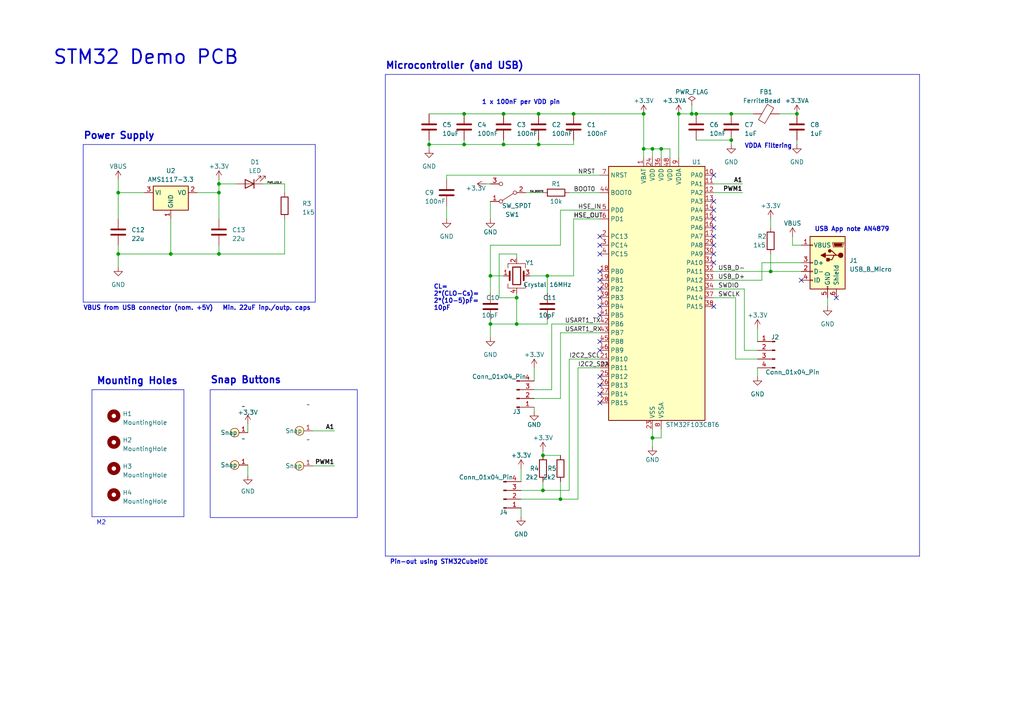
<source format=kicad_sch>
(kicad_sch (version 20230121) (generator eeschema)
  (paper "A4")
  (title_block (title "STM32 Demo PCB") (date "2023-05-26") (rev "0.1") (company "TextileML"))
  (lib_symbols
    (symbol "1_custom_library:Snap_10mm"
      (symbol "Snap_10mm_1_1"
        (circle (center 2.54 -7.62) (radius 1.27) (fill (type background)))
        (pin input line (at -1.27 -7.62 0) (length 2.54) (name "Snap") (number "1"))
      )
    )
    (symbol "Connector:Conn_01x04_Pin" (pin_names (offset 1.016) hide)
      (property "Reference" "J" (at 0 5.08 0))
      (property "Value" "Conn_01x04_Pin" (at 0 -7.62 0))
      (symbol "Conn_01x04_Pin_1_1"
        (polyline (pts (xy 1.27 -5.08) (xy 0.8636 -5.08)) (stroke (width 0.1524)))
        (polyline (pts (xy 1.27 -2.54) (xy 0.8636 -2.54)) (stroke (width 0.1524)))
        (polyline (pts (xy 1.27 0) (xy 0.8636 0)) (stroke (width 0.1524)))
        (polyline (pts (xy 1.27 2.54) (xy 0.8636 2.54)) (stroke (width 0.1524)))
        (rectangle (start 0.8636 -4.953) (end 0 -5.207) (stroke (width 0.1524)) (fill (type outline)))
        (rectangle (start 0.8636 -2.413) (end 0 -2.667) (stroke (width 0.1524)) (fill (type outline)))
        (rectangle (start 0.8636 0.127) (end 0 -0.127) (stroke (width 0.1524)) (fill (type outline)))
        (rectangle (start 0.8636 2.667) (end 0 2.413) (stroke (width 0.1524)) (fill (type outline)))
        (pin passive line (at 5.08 2.54 180) (length 3.81) (name "Pin_1") (number "1"))
        (pin passive line (at 5.08 0 180) (length 3.81) (name "Pin_2") (number "2"))
        (pin passive line (at 5.08 -2.54 180) (length 3.81) (name "Pin_3") (number "3"))
        (pin passive line (at 5.08 -5.08 180) (length 3.81) (name "Pin_4") (number "4"))
      )
    )
    (symbol "Connector:USB_B_Micro" (pin_names (offset 1.016))
      (property "Reference" "J" (at -5.08 11.43 0))
      (property "Value" "USB_B_Micro" (at -5.08 8.89 0))
      (symbol "USB_B_Micro_0_1"
        (rectangle (start -5.08 -7.62) (end 5.08 7.62) (stroke (width 0.254)) (fill (type background)))
        (circle (center -3.81 2.159) (radius 0.635) (stroke (width 0.254)) (fill (type outline)))
        (circle (center -0.635 3.429) (radius 0.381) (stroke (width 0.254)) (fill (type outline)))
        (rectangle (start -0.127 -7.62) (end 0.127 -6.858))
        (polyline (pts (xy -1.905 2.159) (xy 0.635 2.159)) (stroke (width 0.254)))
        (polyline (pts (xy -3.175 2.159) (xy -2.54 2.159) (xy -1.27 3.429) (xy -0.635 3.429)) (stroke (width 0.254)))
        (polyline (pts (xy -2.54 2.159) (xy -1.905 2.159) (xy -1.27 0.889) (xy 0 0.889)) (stroke (width 0.254)))
        (polyline (pts (xy 0.635 2.794) (xy 0.635 1.524) (xy 1.905 2.159) (xy 0.635 2.794)) (stroke (width 0.254)) (fill (type outline)))
        (polyline (pts (xy -4.318 5.588) (xy -1.778 5.588) (xy -2.032 4.826) (xy -4.064 4.826) (xy -4.318 5.588)) (fill (type outline)))
        (polyline (pts (xy -4.699 5.842) (xy -4.699 5.588) (xy -4.445 4.826) (xy -4.445 4.572) (xy -1.651 4.572) (xy -1.651 4.826) (xy -1.397 5.588) (xy -1.397 5.842) (xy -4.699 5.842)))
        (rectangle (start 0.254 1.27) (end -0.508 0.508) (stroke (width 0.254)) (fill (type outline)))
        (rectangle (start 5.08 -5.207) (end 4.318 -4.953))
        (rectangle (start 5.08 -2.667) (end 4.318 -2.413))
        (rectangle (start 5.08 -0.127) (end 4.318 0.127))
        (rectangle (start 5.08 4.953) (end 4.318 5.207))
      )
      (symbol "USB_B_Micro_1_1"
        (pin power_out line (at 7.62 5.08 180) (length 2.54) (name "VBUS") (number "1"))
        (pin bidirectional line (at 7.62 -2.54 180) (length 2.54) (name "D-") (number "2"))
        (pin bidirectional line (at 7.62 0 180) (length 2.54) (name "D+") (number "3"))
        (pin passive line (at 7.62 -5.08 180) (length 2.54) (name "ID") (number "4"))
        (pin power_out line (at 0 -10.16 90) (length 2.54) (name "GND") (number "5"))
        (pin passive line (at -2.54 -10.16 90) (length 2.54) (name "Shield") (number "6"))
      )
    )
    (symbol "Device:C" (pin_numbers hide) (pin_names (offset 0.254))
      (property "Reference" "C" (at 0.635 2.54 0))
      (property "Value" "C" (at 0.635 -2.54 0))
      (symbol "C_0_1"
        (polyline (pts (xy -2.032 -0.762) (xy 2.032 -0.762)) (stroke (width 0.508)))
        (polyline (pts (xy -2.032 0.762) (xy 2.032 0.762)) (stroke (width 0.508)))
      )
      (symbol "C_1_1"
        (pin passive line (at 0 3.81 270) (length 2.794) (name "~") (number "1"))
        (pin passive line (at 0 -3.81 90) (length 2.794) (name "~") (number "2"))
      )
    )
    (symbol "Device:Crystal_GND24" (pin_names (offset 1.016) hide)
      (property "Reference" "Y" (at 3.175 5.08 0))
      (property "Value" "Crystal_GND24" (at 3.175 3.175 0))
      (symbol "Crystal_GND24_0_1"
        (rectangle (start -1.143 2.54) (end 1.143 -2.54) (stroke (width 0.3048)))
        (polyline (pts (xy -2.54 0) (xy -2.032 0)))
        (polyline (pts (xy -2.032 -1.27) (xy -2.032 1.27)) (stroke (width 0.508)))
        (polyline (pts (xy 0 -3.81) (xy 0 -3.556)))
        (polyline (pts (xy 0 3.556) (xy 0 3.81)))
        (polyline (pts (xy 2.032 -1.27) (xy 2.032 1.27)) (stroke (width 0.508)))
        (polyline (pts (xy 2.032 0) (xy 2.54 0)))
        (polyline (pts (xy -2.54 -2.286) (xy -2.54 -3.556) (xy 2.54 -3.556) (xy 2.54 -2.286)))
        (polyline (pts (xy -2.54 2.286) (xy -2.54 3.556) (xy 2.54 3.556) (xy 2.54 2.286)))
      )
      (symbol "Crystal_GND24_1_1"
        (pin passive line (at -3.81 0 0) (length 1.27) (name "1") (number "1"))
        (pin passive line (at 0 5.08 270) (length 1.27) (name "2") (number "2"))
        (pin passive line (at 3.81 0 180) (length 1.27) (name "3") (number "3"))
        (pin passive line (at 0 -5.08 90) (length 1.27) (name "4") (number "4"))
      )
    )
    (symbol "Device:FerriteBead" (pin_numbers hide) (pin_names (offset 0))
      (property "Reference" "FB" (at -3.81 0.635 90))
      (property "Value" "FerriteBead" (at 3.81 0 90))
      (symbol "FerriteBead_0_1"
        (polyline (pts (xy 0 -1.27) (xy 0 -1.2192)))
        (polyline (pts (xy 0 1.27) (xy 0 1.2954)))
        (polyline (pts (xy -2.7686 0.4064) (xy -1.7018 2.2606) (xy 2.7686 -0.3048) (xy 1.6764 -2.159) (xy -2.7686 0.4064)))
      )
      (symbol "FerriteBead_1_1"
        (pin passive line (at 0 3.81 270) (length 2.54) (name "~") (number "1"))
        (pin passive line (at 0 -3.81 90) (length 2.54) (name "~") (number "2"))
      )
    )
    (symbol "Device:LED" (pin_numbers hide) (pin_names (offset 1.016) hide)
      (property "Reference" "D" (at 0 2.54 0))
      (property "Value" "LED" (at 0 -2.54 0))
      (symbol "LED_0_1"
        (polyline (pts (xy -1.27 -1.27) (xy -1.27 1.27)) (stroke (width 0.254)))
        (polyline (pts (xy -1.27 0) (xy 1.27 0)))
        (polyline (pts (xy 1.27 -1.27) (xy 1.27 1.27) (xy -1.27 0) (xy 1.27 -1.27)) (stroke (width 0.254)))
        (polyline (pts (xy -3.048 -0.762) (xy -4.572 -2.286) (xy -3.81 -2.286) (xy -4.572 -2.286) (xy -4.572 -1.524)))
        (polyline (pts (xy -1.778 -0.762) (xy -3.302 -2.286) (xy -2.54 -2.286) (xy -3.302 -2.286) (xy -3.302 -1.524)))
      )
      (symbol "LED_1_1"
        (pin passive line (at -3.81 0 0) (length 2.54) (name "K") (number "1"))
        (pin passive line (at 3.81 0 180) (length 2.54) (name "A") (number "2"))
      )
    )
    (symbol "Device:R" (pin_numbers hide) (pin_names (offset 0))
      (property "Reference" "R" (at 2.032 0 90))
      (property "Value" "R" (at 0 0 90))
      (symbol "R_0_1"
        (rectangle (start -1.016 -2.54) (end 1.016 2.54) (stroke (width 0.254)))
      )
      (symbol "R_1_1"
        (pin passive line (at 0 3.81 270) (length 1.27) (name "~") (number "1"))
        (pin passive line (at 0 -3.81 90) (length 1.27) (name "~") (number "2"))
      )
    )
    (symbol "MCU_ST_STM32F1:STM32F103C8Tx"
      (property "Reference" "U" (at -12.7 39.37 0))
      (property "Value" "STM32F103C8Tx" (at 10.16 39.37 0))
      (symbol "STM32F103C8Tx_0_1"
        (rectangle (start -12.7 -35.56) (end 15.24 38.1) (stroke (width 0.254)) (fill (type background)))
      )
      (symbol "STM32F103C8Tx_1_1"
        (pin power_in line (at -2.54 40.64 270) (length 2.54) (name "VBAT") (number "1"))
        (pin bidirectional line (at 17.78 35.56 180) (length 2.54) (name "PA0") (number "10"))
        (pin bidirectional line (at 17.78 33.02 180) (length 2.54) (name "PA1") (number "11"))
        (pin bidirectional line (at 17.78 30.48 180) (length 2.54) (name "PA2") (number "12"))
        (pin bidirectional line (at 17.78 27.94 180) (length 2.54) (name "PA3") (number "13"))
        (pin bidirectional line (at 17.78 25.4 180) (length 2.54) (name "PA4") (number "14"))
        (pin bidirectional line (at 17.78 22.86 180) (length 2.54) (name "PA5") (number "15"))
        (pin bidirectional line (at 17.78 20.32 180) (length 2.54) (name "PA6") (number "16"))
        (pin bidirectional line (at 17.78 17.78 180) (length 2.54) (name "PA7") (number "17"))
        (pin bidirectional line (at -15.24 7.62 0) (length 2.54) (name "PB0") (number "18"))
        (pin bidirectional line (at -15.24 5.08 0) (length 2.54) (name "PB1") (number "19"))
        (pin bidirectional line (at -15.24 17.78 0) (length 2.54) (name "PC13") (number "2"))
        (pin bidirectional line (at -15.24 2.54 0) (length 2.54) (name "PB2") (number "20"))
        (pin bidirectional line (at -15.24 -17.78 0) (length 2.54) (name "PB10") (number "21"))
        (pin bidirectional line (at -15.24 -20.32 0) (length 2.54) (name "PB11") (number "22"))
        (pin power_in line (at 0 -38.1 90) (length 2.54) (name "VSS") (number "23"))
        (pin power_in line (at 0 40.64 270) (length 2.54) (name "VDD") (number "24"))
        (pin bidirectional line (at -15.24 -22.86 0) (length 2.54) (name "PB12") (number "25"))
        (pin bidirectional line (at -15.24 -25.4 0) (length 2.54) (name "PB13") (number "26"))
        (pin bidirectional line (at -15.24 -27.94 0) (length 2.54) (name "PB14") (number "27"))
        (pin bidirectional line (at -15.24 -30.48 0) (length 2.54) (name "PB15") (number "28"))
        (pin bidirectional line (at 17.78 15.24 180) (length 2.54) (name "PA8") (number "29"))
        (pin bidirectional line (at -15.24 15.24 0) (length 2.54) (name "PC14") (number "3"))
        (pin bidirectional line (at 17.78 12.7 180) (length 2.54) (name "PA9") (number "30"))
        (pin bidirectional line (at 17.78 10.16 180) (length 2.54) (name "PA10") (number "31"))
        (pin bidirectional line (at 17.78 7.62 180) (length 2.54) (name "PA11") (number "32"))
        (pin bidirectional line (at 17.78 5.08 180) (length 2.54) (name "PA12") (number "33"))
        (pin bidirectional line (at 17.78 2.54 180) (length 2.54) (name "PA13") (number "34"))
        (pin passive line (at 0 -38.1 90) (length 2.54) hide (name "VSS") (number "35"))
        (pin power_in line (at 2.54 40.64 270) (length 2.54) (name "VDD") (number "36"))
        (pin bidirectional line (at 17.78 0 180) (length 2.54) (name "PA14") (number "37"))
        (pin bidirectional line (at 17.78 -2.54 180) (length 2.54) (name "PA15") (number "38"))
        (pin bidirectional line (at -15.24 0 0) (length 2.54) (name "PB3") (number "39"))
        (pin bidirectional line (at -15.24 12.7 0) (length 2.54) (name "PC15") (number "4"))
        (pin bidirectional line (at -15.24 -2.54 0) (length 2.54) (name "PB4") (number "40"))
        (pin bidirectional line (at -15.24 -5.08 0) (length 2.54) (name "PB5") (number "41"))
        (pin bidirectional line (at -15.24 -7.62 0) (length 2.54) (name "PB6") (number "42"))
        (pin bidirectional line (at -15.24 -10.16 0) (length 2.54) (name "PB7") (number "43"))
        (pin input line (at -15.24 30.48 0) (length 2.54) (name "BOOT0") (number "44"))
        (pin bidirectional line (at -15.24 -12.7 0) (length 2.54) (name "PB8") (number "45"))
        (pin bidirectional line (at -15.24 -15.24 0) (length 2.54) (name "PB9") (number "46"))
        (pin passive line (at 0 -38.1 90) (length 2.54) hide (name "VSS") (number "47"))
        (pin power_in line (at 5.08 40.64 270) (length 2.54) (name "VDD") (number "48"))
        (pin bidirectional line (at -15.24 25.4 0) (length 2.54) (name "PD0") (number "5"))
        (pin bidirectional line (at -15.24 22.86 0) (length 2.54) (name "PD1") (number "6"))
        (pin input line (at -15.24 35.56 0) (length 2.54) (name "NRST") (number "7"))
        (pin power_in line (at 2.54 -38.1 90) (length 2.54) (name "VSSA") (number "8"))
        (pin power_in line (at 7.62 40.64 270) (length 2.54) (name "VDDA") (number "9"))
      )
    )
    (symbol "Mechanical:MountingHole" (pin_names (offset 1.016))
      (property "Reference" "H" (at 0 5.08 0))
      (property "Value" "MountingHole" (at 0 3.175 0))
      (symbol "MountingHole_0_1"
        (circle (center 0 0) (radius 1.27) (stroke (width 1.27)))
      )
    )
    (symbol "Regulator_Linear:AMS1117-3.3"
      (property "Reference" "U" (at -3.81 3.175 0))
      (property "Value" "AMS1117-3.3" (at 0 3.175 0))
      (symbol "AMS1117-3.3_0_1"
        (rectangle (start -5.08 -5.08) (end 5.08 1.905) (stroke (width 0.254)) (fill (type background)))
      )
      (symbol "AMS1117-3.3_1_1"
        (pin power_in line (at 0 -7.62 90) (length 2.54) (name "GND") (number "1"))
        (pin power_out line (at 7.62 0 180) (length 2.54) (name "VO") (number "2"))
        (pin power_in line (at -7.62 0 0) (length 2.54) (name "VI") (number "3"))
      )
    )
    (symbol "Switch:SW_SPDT" (pin_names (offset 0) hide)
      (property "Reference" "SW" (at 0 4.318 0))
      (property "Value" "SW_SPDT" (at 0 -5.08 0))
      (symbol "SW_SPDT_0_0"
        (circle (center -2.032 0) (radius 0.508))
        (circle (center 2.032 -2.54) (radius 0.508))
      )
      (symbol "SW_SPDT_0_1"
        (polyline (pts (xy -1.524 0.254) (xy 1.651 2.286)))
        (circle (center 2.032 2.54) (radius 0.508))
      )
      (symbol "SW_SPDT_1_1"
        (pin passive line (at 5.08 2.54 180) (length 2.54) (name "A") (number "1"))
        (pin passive line (at -5.08 0 0) (length 2.54) (name "B") (number "2"))
        (pin passive line (at 5.08 -2.54 180) (length 2.54) (name "C") (number "3"))
      )
    )
    (symbol "power:+3.3V" (power) (pin_names (offset 0))
      (property "Value" "+3.3V" (at 0 3.556 0))
      (symbol "+3.3V_0_1"
        (polyline (pts (xy -0.762 1.27) (xy 0 2.54)))
        (polyline (pts (xy 0 0) (xy 0 2.54)))
        (polyline (pts (xy 0 2.54) (xy 0.762 1.27)))
      )
      (symbol "+3.3V_1_1"
        (pin power_in line (at 0 0 90) (length 0) hide (name "+3.3V") (number "1"))
      )
    )
    (symbol "power:+3.3VA" (power) (pin_names (offset 0))
      (property "Value" "+3.3VA" (at 0 3.556 0))
      (symbol "+3.3VA_0_1"
        (polyline (pts (xy -0.762 1.27) (xy 0 2.54)))
        (polyline (pts (xy 0 0) (xy 0 2.54)))
        (polyline (pts (xy 0 2.54) (xy 0.762 1.27)))
      )
      (symbol "+3.3VA_1_1"
        (pin power_in line (at 0 0 90) (length 0) hide (name "+3.3VA") (number "1"))
      )
    )
    (symbol "power:GND" (power) (pin_names (offset 0))
      (property "Value" "GND" (at 0 -3.81 0))
      (symbol "GND_0_1"
        (polyline (pts (xy 0 0) (xy 0 -1.27) (xy 1.27 -1.27) (xy 0 -2.54) (xy -1.27 -1.27) (xy 0 -1.27)))
      )
      (symbol "GND_1_1"
        (pin power_in line (at 0 0 270) (length 0) hide (name "GND") (number "1"))
      )
    )
    (symbol "power:PWR_FLAG" (power) (pin_numbers hide) (pin_names (offset 0) hide)
      (property "Value" "PWR_FLAG" (at 0 3.81 0))
      (symbol "PWR_FLAG_0_0"
        (pin power_out line (at 0 0 90) (length 0) (name "pwr") (number "1"))
      )
      (symbol "PWR_FLAG_0_1"
        (polyline (pts (xy 0 0) (xy 0 1.27) (xy -1.016 1.905) (xy 0 2.54) (xy 1.016 1.905) (xy 0 1.27)))
      )
    )
    (symbol "power:VBUS" (power) (pin_names (offset 0))
      (property "Value" "VBUS" (at 0 3.81 0))
      (symbol "VBUS_0_1"
        (polyline (pts (xy -0.762 1.27) (xy 0 2.54)))
        (polyline (pts (xy 0 0) (xy 0 2.54)))
        (polyline (pts (xy 0 2.54) (xy 0.762 1.27)))
      )
      (symbol "VBUS_1_1"
        (pin power_in line (at 0 0 90) (length 0) hide (name "VBUS") (number "1"))
      )
    )
  )
  (junction (at 142.24 80.01))
  (junction (at 63.5 55.88))
  (junction (at 142.24 93.98))
  (junction (at 166.37 33.02))
  (junction (at 196.85 33.02))
  (junction (at 146.05 41.91))
  (junction (at 223.52 78.74))
  (junction (at 63.5 73.66))
  (junction (at 212.09 33.02))
  (junction (at 186.69 43.18))
  (junction (at 156.21 41.91))
  (junction (at 146.05 33.02))
  (junction (at 124.46 41.91))
  (junction (at 156.21 33.02))
  (junction (at 63.5 53.34))
  (junction (at 34.29 73.66))
  (junction (at 189.23 127))
  (junction (at 191.77 43.18))
  (junction (at 231.14 33.02))
  (junction (at 212.09 40.64))
  (junction (at 162.56 144.78))
  (junction (at 149.86 93.98))
  (junction (at 200.66 33.02))
  (junction (at 149.86 86.36))
  (junction (at 134.62 33.02))
  (junction (at 201.93 33.02))
  (junction (at 34.29 55.88))
  (junction (at 158.75 80.01))
  (junction (at 186.69 33.02))
  (junction (at 49.53 73.66))
  (junction (at 134.62 41.91))
  (junction (at 157.48 142.24))
  (junction (at 157.48 132.08))
  (junction (at 189.23 43.18))
  (no_connect (at 173.99 99.06))
  (no_connect (at 207.01 76.2))
  (no_connect (at 232.41 81.28))
  (no_connect (at 207.01 60.96))
  (no_connect (at 173.99 83.82))
  (no_connect (at 173.99 88.9))
  (no_connect (at 173.99 78.74))
  (no_connect (at 173.99 81.28))
  (no_connect (at 207.01 88.9))
  (no_connect (at 173.99 116.84))
  (no_connect (at 173.99 73.66))
  (no_connect (at 207.01 66.04))
  (no_connect (at 207.01 58.42))
  (no_connect (at 173.99 109.22))
  (no_connect (at 173.99 101.6))
  (no_connect (at 173.99 111.76))
  (no_connect (at 173.99 91.44))
  (no_connect (at 173.99 114.3))
  (no_connect (at 207.01 63.5))
  (no_connect (at 242.57 86.36))
  (no_connect (at 207.01 71.12))
  (no_connect (at 207.01 50.8))
  (no_connect (at 173.99 86.36))
  (no_connect (at 207.01 73.66))
  (no_connect (at 173.99 68.58))
  (no_connect (at 173.99 71.12))
  (no_connect (at 207.01 68.58))
  (wire (pts (xy 226.06 33.02) (xy 231.14 33.02)))
  (wire (pts (xy 142.24 58.42) (xy 142.24 63.5)))
  (wire (pts (xy 166.37 63.5) (xy 173.99 63.5)))
  (wire (pts (xy 63.5 55.88) (xy 63.5 63.5)))
  (wire (pts (xy 157.48 130.81) (xy 157.48 132.08)))
  (wire (pts (xy 219.71 95.25) (xy 219.71 99.06)))
  (wire (pts (xy 201.93 33.02) (xy 212.09 33.02)))
  (wire (pts (xy 149.86 86.36) (xy 149.86 93.98)))
  (wire (pts (xy 219.71 106.68) (xy 219.71 109.22)))
  (wire (pts (xy 191.77 43.18) (xy 194.31 43.18)))
  (wire (pts (xy 41.91 55.88) (xy 34.29 55.88)))
  (wire (pts (xy 142.24 93.98) (xy 142.24 97.79)))
  (wire (pts (xy 223.52 63.5) (xy 223.52 66.04)))
  (wire (pts (xy 186.69 33.02) (xy 186.69 43.18)))
  (polyline (pts (xy 24.13 41.91) (xy 24.13 87.63)))
  (wire (pts (xy 82.55 53.34) (xy 82.55 55.88)))
  (wire (pts (xy 63.5 53.34) (xy 68.58 53.34)))
  (wire (pts (xy 165.1 142.24) (xy 157.48 142.24)))
  (wire (pts (xy 146.05 41.91) (xy 156.21 41.91)))
  (wire (pts (xy 71.882 134.874) (xy 71.882 137.922)))
  (wire (pts (xy 149.86 74.93) (xy 149.86 73.66)))
  (polyline (pts (xy 53.34 113.03) (xy 53.34 149.86)))
  (wire (pts (xy 34.29 71.12) (xy 34.29 73.66)))
  (wire (pts (xy 90.678 124.968) (xy 97.028 124.968)))
  (wire (pts (xy 63.5 52.07) (xy 63.5 53.34)))
  (wire (pts (xy 149.86 93.98) (xy 158.75 93.98)))
  (wire (pts (xy 76.2 53.34) (xy 82.55 53.34)))
  (wire (pts (xy 173.99 106.68) (xy 167.64 106.68)))
  (wire (pts (xy 124.46 41.91) (xy 124.46 43.18)))
  (wire (pts (xy 165.1 104.14) (xy 165.1 142.24)))
  (wire (pts (xy 229.87 71.12) (xy 232.41 71.12)))
  (wire (pts (xy 160.02 93.98) (xy 173.99 93.98)))
  (wire (pts (xy 207.01 83.82) (xy 215.9 83.82)))
  (wire (pts (xy 144.78 86.36) (xy 149.86 86.36)))
  (wire (pts (xy 207.01 86.36) (xy 213.36 86.36)))
  (wire (pts (xy 140.97 53.34) (xy 142.24 53.34)))
  (wire (pts (xy 166.37 33.02) (xy 186.69 33.02)))
  (wire (pts (xy 149.86 85.09) (xy 149.86 86.36)))
  (wire (pts (xy 153.67 80.01) (xy 158.75 80.01)))
  (wire (pts (xy 213.36 104.14) (xy 219.71 104.14)))
  (wire (pts (xy 156.21 40.64) (xy 156.21 41.91)))
  (wire (pts (xy 154.94 118.11) (xy 154.94 119.38)))
  (wire (pts (xy 189.23 127) (xy 189.23 129.54)))
  (wire (pts (xy 162.56 71.12) (xy 142.24 71.12)))
  (wire (pts (xy 124.46 33.02) (xy 134.62 33.02)))
  (polyline (pts (xy 266.7 161.29) (xy 111.76 161.29)))
  (wire (pts (xy 200.66 33.02) (xy 196.85 33.02)))
  (wire (pts (xy 134.62 40.64) (xy 134.62 41.91)))
  (wire (pts (xy 129.54 50.8) (xy 129.54 52.07)))
  (wire (pts (xy 142.24 80.01) (xy 146.05 80.01)))
  (wire (pts (xy 200.66 30.48) (xy 200.66 33.02)))
  (wire (pts (xy 220.98 76.2) (xy 220.98 81.28)))
  (wire (pts (xy 142.24 71.12) (xy 142.24 80.01)))
  (wire (pts (xy 151.13 144.78) (xy 162.56 144.78)))
  (wire (pts (xy 162.56 60.96) (xy 162.56 71.12)))
  (wire (pts (xy 191.77 127) (xy 191.77 124.46)))
  (wire (pts (xy 173.99 50.8) (xy 129.54 50.8)))
  (wire (pts (xy 152.4 55.88) (xy 157.48 55.88)))
  (wire (pts (xy 212.09 40.64) (xy 212.09 41.91)))
  (wire (pts (xy 63.5 53.34) (xy 63.5 55.88)))
  (wire (pts (xy 124.46 41.91) (xy 134.62 41.91)))
  (wire (pts (xy 186.69 43.18) (xy 189.23 43.18)))
  (wire (pts (xy 149.86 73.66) (xy 144.78 73.66)))
  (wire (pts (xy 229.87 68.58) (xy 229.87 71.12)))
  (wire (pts (xy 173.99 60.96) (xy 162.56 60.96)))
  (wire (pts (xy 63.5 73.66) (xy 63.5 71.12)))
  (wire (pts (xy 157.48 139.7) (xy 157.48 142.24)))
  (wire (pts (xy 194.31 43.18) (xy 194.31 45.72)))
  (wire (pts (xy 146.05 33.02) (xy 156.21 33.02)))
  (wire (pts (xy 142.24 92.71) (xy 142.24 93.98)))
  (wire (pts (xy 173.99 104.14) (xy 165.1 104.14)))
  (wire (pts (xy 34.29 55.88) (xy 34.29 63.5)))
  (wire (pts (xy 49.53 73.66) (xy 63.5 73.66)))
  (wire (pts (xy 129.54 59.69) (xy 129.54 63.5)))
  (wire (pts (xy 165.1 55.88) (xy 173.99 55.88)))
  (wire (pts (xy 156.21 33.02) (xy 166.37 33.02)))
  (wire (pts (xy 157.48 132.08) (xy 162.56 132.08)))
  (polyline (pts (xy 111.76 21.59) (xy 111.76 161.29)))
  (wire (pts (xy 160.02 113.03) (xy 154.94 113.03)))
  (wire (pts (xy 162.56 96.52) (xy 173.99 96.52)))
  (wire (pts (xy 34.29 73.66) (xy 34.29 77.47)))
  (wire (pts (xy 34.29 52.07) (xy 34.29 55.88)))
  (wire (pts (xy 82.55 63.5) (xy 82.55 73.66)))
  (polyline (pts (xy 111.76 21.59) (xy 266.7 21.59)))
  (wire (pts (xy 158.75 80.01) (xy 158.75 85.09)))
  (wire (pts (xy 232.41 76.2) (xy 220.98 76.2)))
  (wire (pts (xy 196.85 33.02) (xy 196.85 45.72)))
  (wire (pts (xy 71.882 122.936) (xy 71.882 125.476)))
  (polyline (pts (xy 24.13 41.91) (xy 91.44 41.91)))
  (wire (pts (xy 223.52 78.74) (xy 232.41 78.74)))
  (wire (pts (xy 215.9 83.82) (xy 215.9 101.6)))
  (wire (pts (xy 189.23 124.46) (xy 189.23 127)))
  (wire (pts (xy 63.5 73.66) (xy 82.55 73.66)))
  (wire (pts (xy 144.78 73.66) (xy 144.78 86.36)))
  (wire (pts (xy 151.13 147.32) (xy 151.13 149.86)))
  (wire (pts (xy 134.62 41.91) (xy 146.05 41.91)))
  (wire (pts (xy 162.56 144.78) (xy 167.64 144.78)))
  (wire (pts (xy 158.75 93.98) (xy 158.75 92.71)))
  (wire (pts (xy 207.01 53.34) (xy 215.392 53.34)))
  (polyline (pts (xy 26.67 113.03) (xy 26.67 149.86)))
  (wire (pts (xy 167.64 106.68) (xy 167.64 144.78)))
  (wire (pts (xy 223.52 73.66) (xy 223.52 78.74)))
  (wire (pts (xy 207.01 55.88) (xy 215.392 55.88)))
  (wire (pts (xy 157.48 142.24) (xy 151.13 142.24)))
  (wire (pts (xy 57.15 55.88) (xy 63.5 55.88)))
  (wire (pts (xy 49.53 63.5) (xy 49.53 73.66)))
  (wire (pts (xy 154.94 106.68) (xy 154.94 110.49)))
  (wire (pts (xy 240.03 86.36) (xy 240.03 88.9)))
  (wire (pts (xy 215.9 101.6) (xy 219.71 101.6)))
  (polyline (pts (xy 53.34 149.86) (xy 26.67 149.86)))
  (polyline (pts (xy 91.44 41.91) (xy 91.44 87.63)))
  (wire (pts (xy 231.14 40.64) (xy 231.14 41.91)))
  (wire (pts (xy 160.02 93.98) (xy 160.02 113.03)))
  (wire (pts (xy 162.56 115.57) (xy 154.94 115.57)))
  (wire (pts (xy 189.23 43.18) (xy 189.23 45.72)))
  (wire (pts (xy 146.05 40.64) (xy 146.05 41.91)))
  (wire (pts (xy 220.98 81.28) (xy 207.01 81.28)))
  (wire (pts (xy 201.93 33.02) (xy 200.66 33.02)))
  (wire (pts (xy 166.37 80.01) (xy 166.37 63.5)))
  (wire (pts (xy 158.75 80.01) (xy 166.37 80.01)))
  (wire (pts (xy 191.77 43.18) (xy 191.77 45.72)))
  (wire (pts (xy 162.56 96.52) (xy 162.56 115.57)))
  (wire (pts (xy 151.13 135.89) (xy 151.13 139.7)))
  (wire (pts (xy 201.93 40.64) (xy 212.09 40.64)))
  (wire (pts (xy 134.62 33.02) (xy 146.05 33.02)))
  (wire (pts (xy 189.23 43.18) (xy 191.77 43.18)))
  (wire (pts (xy 90.678 135.128) (xy 97.028 135.128)))
  (polyline (pts (xy 26.67 113.03) (xy 53.34 113.03)))
  (wire (pts (xy 34.29 73.66) (xy 49.53 73.66)))
  (wire (pts (xy 124.46 40.64) (xy 124.46 41.91)))
  (wire (pts (xy 142.24 93.98) (xy 149.86 93.98)))
  (wire (pts (xy 142.24 80.01) (xy 142.24 85.09)))
  (wire (pts (xy 189.23 127) (xy 191.77 127)))
  (polyline (pts (xy 91.44 87.63) (xy 24.13 87.63)))
  (wire (pts (xy 186.69 43.18) (xy 186.69 45.72)))
  (polyline (pts (xy 266.7 21.59) (xy 266.7 161.29)))
  (wire (pts (xy 162.56 139.7) (xy 162.56 144.78)))
  (wire (pts (xy 212.09 33.02) (xy 218.44 33.02)))
  (wire (pts (xy 213.36 86.36) (xy 213.36 104.14)))
  (wire (pts (xy 156.21 41.91) (xy 166.37 41.91)))
  (wire (pts (xy 166.37 41.91) (xy 166.37 40.64)))
  (wire (pts (xy 207.01 78.74) (xy 223.52 78.74)))
  (rectangle (start 60.96 113.03) (end 103.632 150.114))
  (text "VBUS from USB connector (nom. +5V)   Min. 22uF inp./outp. caps\n" (at 24.13 90.17 0) (effects (font (size 1.27 1.27) bold) (justify left bottom)))
  (text "1 x 100nF per VDD pin\n" (at 139.7 30.48 0) (effects (font (size 1.27 1.27) bold) (justify left bottom)))
  (text "STM32 Demo PCB\n" (at 15.24 19.05 0) (effects (font (size 4 4) (thickness 0.5) bold) (justify left bottom)))
  (text "M2\n" (at 27.94 152.4 0) (effects (font (size 1.27 1.27)) (justify left bottom)))
  (text "CL=\n2*(CLO-Cs)=\n2*(10-5)pF=\n10pF\n" (at 125.73 90.17 0) (effects (font (size 1.27 1.27) bold) (justify left bottom)))
  (text "Snap Buttons" (at 60.96 111.506 0) (effects (font (size 2 2) (thickness 0.4) bold) (justify left bottom)))
  (text "Microcontroller (and USB)" (at 111.76 20.32 0) (effects (font (size 2 2) (thickness 0.4) bold) (justify left bottom)))
  (text "Pin-out using STM32CubeIDE\n" (at 113.03 163.83 0) (effects (font (size 1.27 1.27) bold) (justify left bottom)))
  (text "USB App note AN4879\n" (at 236.22 67.31 0) (effects (font (size 1.27 1.27) bold) (justify left bottom)))
  (text "Mounting Holes\n" (at 27.94 111.76 0) (effects (font (size 2 2) (thickness 0.4) bold) (justify left bottom)))
  (text "Power Supply\n" (at 24.13 40.64 0) (effects (font (size 2 2) (thickness 0.4) bold) (justify left bottom)))
  (text "VDDA Filtering\n" (at 215.9 43.18 0) (effects (font (size 1.27 1.27) bold) (justify left bottom)))
  (label "USART1_RX" (at 163.83 96.52 0))
  (label "HSE_OUT" (at 166.37 63.5 0))
  (label "NRST" (at 167.64 50.8 0))
  (label "I2C2_SCL" (at 165.1 104.14 0))
  (label "PWM1" (at 97.028 135.128 180) (effects (font bold)))
  (label "I2C2_SDA" (at 167.64 106.68 0))
  (label "HSE_OUT" (at 166.37 63.5 0))
  (label "SWCLK" (at 208.28 86.36 0))
  (label "A1" (at 97.028 124.968 180) (effects (font bold)))
  (label "USB_D-" (at 208.28 78.74 0))
  (label "HSE_IN" (at 167.64 60.96 0))
  (label "BOOT0" (at 166.37 55.88 0))
  (label "SWDIO" (at 208.28 83.82 0))
  (label "SW_BOOT0" (at 153.67 55.88 0) (effects (font (size 0.5 0.5))))
  (label "PWR_LED_K" (at 77.47 53.34 0) (effects (font (size 0.5 0.5))))
  (label "USART1_TX" (at 163.83 93.98 0))
  (label "USB_D+" (at 208.28 81.28 0))
  (label "PWM1" (at 215.392 55.88 180) (effects (font bold)))
  (label "A1" (at 215.392 53.34 180) (effects (font bold)))
  (symbol (lib_id "Device:FerriteBead") (at 222.25 33.02 90) (unit 1)
    (property "Reference" "FB1" (at 222.1992 26.67 90))
    (property "Value" "FerriteBead" (at 220.98 29.21 90))
    (property "Footprint" "Inductor_SMD:L_0603_1608Metric" (effects hide))
  )
  (symbol (lib_id "Device:LED") (at 72.39 53.34 180) (unit 1)
    (property "Reference" "D1" (at 73.9775 46.99 0))
    (property "Value" "LED" (at 73.9775 49.53 0))
    (property "Footprint" "LED_SMD:LED_0603_1608Metric" (effects hide))
  )
  (symbol (lib_id "power:GND") (at 189.23 129.54 0) (unit 1)
    (property "Reference" "#PWR01" (effects hide))
    (property "Value" "GND" (at 189.23 133.35 0))
  )
  (symbol (lib_id "Device:C") (at 63.5 67.31 0) (unit 1)
    (property "Reference" "C13" (at 67.31 66.675 0) (effects (justify left)))
    (property "Value" "22u" (at 67.31 69.215 0) (effects (justify left)))
    (property "Footprint" "Capacitor_SMD:C_0805_2012Metric" (effects hide))
  )
  (symbol (lib_id "power:PWR_FLAG") (at 200.66 30.48 0) (unit 1)
    (property "Reference" "#FLG01" (effects hide))
    (property "Value" "PWR_FLAG" (at 200.66 26.67 0))
  )
  (symbol (lib_id "1_custom_library:Snap_10mm") (at 89.408 127.508 0) (mirror y) (unit 1)
    (property "Reference" "U6" (effects hide))
    (property "Value" "~" (at 89.408 127.508 0))
    (property "Footprint" "1_custom_library:Snap_10mm" (effects hide))
  )
  (symbol (lib_id "Mechanical:MountingHole") (at 33.02 128.27 0) (unit 1)
    (property "Reference" "H2" (at 35.56 127.635 0) (effects (justify left)))
    (property "Value" "MountingHole" (at 35.56 130.175 0) (effects (justify left)))
    (property "Footprint" "MountingHole:MountingHole_2.2mm_M2" (effects hide))
  )
  (symbol (lib_id "Connector:USB_B_Micro") (at 240.03 76.2 0) (mirror y) (unit 1)
    (property "Reference" "J1" (at 246.38 75.565 0) (effects (justify right)))
    (property "Value" "USB_B_Micro" (at 246.38 78.105 0) (effects (justify right)))
    (property "Footprint" "Connector_USB:USB_Micro-B_Wuerth_629105150521" (effects hide))
  )
  (symbol (lib_id "Device:C") (at 34.29 67.31 0) (unit 1)
    (property "Reference" "C12" (at 38.1 66.675 0) (effects (justify left)))
    (property "Value" "22u" (at 38.1 69.215 0) (effects (justify left)))
    (property "Footprint" "Capacitor_SMD:C_0805_2012Metric" (effects hide))
  )
  (symbol (lib_id "Mechanical:MountingHole") (at 33.02 143.51 0) (unit 1)
    (property "Reference" "H4" (at 35.56 142.875 0) (effects (justify left)))
    (property "Value" "MountingHole" (at 35.56 145.415 0) (effects (justify left)))
    (property "Footprint" "MountingHole:MountingHole_2.2mm_M2" (effects hide))
  )
  (symbol (lib_id "Mechanical:MountingHole") (at 33.02 120.65 0) (unit 1)
    (property "Reference" "H1" (at 35.56 120.015 0) (effects (justify left)))
    (property "Value" "MountingHole" (at 35.56 122.555 0) (effects (justify left)))
    (property "Footprint" "MountingHole:MountingHole_2.2mm_M2" (effects hide))
  )
  (symbol (lib_id "Device:Crystal_GND24") (at 149.86 80.01 0) (unit 1)
    (property "Reference" "Y1" (at 153.67 76.2 0))
    (property "Value" "Crystal 16MHz" (at 158.75 82.55 0))
    (property "Footprint" "Crystal:Crystal_SMD_3225-4Pin_3.2x2.5mm" (effects hide))
  )
  (symbol (lib_id "power:GND") (at 142.24 63.5 0) (unit 1)
    (property "Reference" "#PWR09" (effects hide))
    (property "Value" "GND" (at 142.24 67.31 0))
  )
  (symbol (lib_id "Mechanical:MountingHole") (at 33.02 135.89 0) (unit 1)
    (property "Reference" "H3" (at 35.56 135.255 0) (effects (justify left)))
    (property "Value" "MountingHole" (at 35.56 137.795 0) (effects (justify left)))
    (property "Footprint" "MountingHole:MountingHole_2.2mm_M2" (effects hide))
  )
  (symbol (lib_id "Switch:SW_SPDT") (at 147.32 55.88 180) (unit 1)
    (property "Reference" "SW1" (at 148.59 62.23 0))
    (property "Value" "SW_SPDT" (at 149.86 59.69 0))
    (property "Footprint" "Button_Switch_SMD:SW_SPDT_PCM12" (effects hide))
  )
  (symbol (lib_id "Device:C") (at 134.62 36.83 0) (unit 1)
    (property "Reference" "C4" (at 138.43 36.195 0) (effects (justify left)))
    (property "Value" "100nF" (at 138.43 38.735 0) (effects (justify left)))
    (property "Footprint" "Capacitor_SMD:C_0402_1005Metric" (effects hide))
  )
  (symbol (lib_id "1_custom_library:Snap_10mm") (at 70.612 127.254 0) (mirror y) (unit 1)
    (property "Reference" "U4" (effects hide))
    (property "Value" "~" (at 70.612 127.254 0))
    (property "Footprint" "1_custom_library:Snap_10mm" (effects hide))
  )
  (symbol (lib_id "Device:R") (at 157.48 135.89 0) (unit 1)
    (property "Reference" "R4" (at 153.67 135.89 0) (effects (justify left)))
    (property "Value" "2k2" (at 152.4 138.43 0) (effects (justify left)))
    (property "Footprint" "Resistor_SMD:R_0402_1005Metric" (effects hide))
  )
  (symbol (lib_id "Device:R") (at 162.56 135.89 0) (unit 1)
    (property "Reference" "R5" (at 158.75 135.89 0) (effects (justify left)))
    (property "Value" "2k2" (at 157.48 138.43 0) (effects (justify left)))
    (property "Footprint" "Resistor_SMD:R_0402_1005Metric" (effects hide))
  )
  (symbol (lib_id "1_custom_library:Snap_10mm") (at 89.408 117.348 0) (mirror y) (unit 1)
    (property "Reference" "U5" (effects hide))
    (property "Value" "~" (at 89.408 117.348 0))
    (property "Footprint" "1_custom_library:Snap_10mm" (effects hide))
  )
  (symbol (lib_id "power:GND") (at 129.54 63.5 0) (unit 1)
    (property "Reference" "#PWR08" (effects hide))
    (property "Value" "GND" (at 129.54 68.58 0))
  )
  (symbol (lib_id "Device:C") (at 158.75 88.9 0) (unit 1)
    (property "Reference" "C11" (at 157.48 86.36 0) (effects (justify left)))
    (property "Value" "10pF" (at 156.21 91.44 0) (effects (justify left)))
    (property "Footprint" "Capacitor_SMD:C_0402_1005Metric" (effects hide))
  )
  (symbol (lib_id "Device:C") (at 231.14 36.83 0) (unit 1)
    (property "Reference" "C8" (at 234.95 36.195 0) (effects (justify left)))
    (property "Value" "1uF" (at 234.95 38.735 0) (effects (justify left)))
    (property "Footprint" "Capacitor_SMD:C_0402_1005Metric" (effects hide))
  )
  (symbol (lib_id "Connector:Conn_01x04_Pin") (at 149.86 115.57 0) (mirror x) (unit 1)
    (property "Reference" "J3" (at 149.86 119.38 0))
    (property "Value" "Conn_01x04_Pin" (at 144.78 109.22 0))
    (property "Footprint" "Connector_PinHeader_2.54mm:PinHeader_1x04_P2.54mm_Vertical" (effects hide))
  )
  (symbol (lib_id "power:+3.3V") (at 151.13 135.89 0) (unit 1)
    (property "Reference" "#PWR022" (effects hide))
    (property "Value" "+3.3V" (at 151.13 132.08 0))
  )
  (symbol (lib_id "power:GND") (at 219.71 109.22 0) (unit 1)
    (property "Reference" "#PWR015" (effects hide))
    (property "Value" "GND" (at 219.71 114.3 0))
  )
  (symbol (lib_id "power:+3.3VA") (at 196.85 33.02 0) (unit 1)
    (property "Reference" "#PWR04" (effects hide))
    (property "Value" "+3.3VA" (at 195.58 29.21 0))
  )
  (symbol (lib_id "Connector:Conn_01x04_Pin") (at 146.05 144.78 0) (mirror x) (unit 1)
    (property "Reference" "J4" (at 146.05 148.59 0))
    (property "Value" "Conn_01x04_Pin" (at 140.97 138.43 0))
    (property "Footprint" "Connector_PinHeader_2.54mm:PinHeader_1x04_P2.54mm_Vertical" (effects hide))
  )
  (symbol (lib_id "power:GND") (at 34.29 77.47 0) (unit 1)
    (property "Reference" "#PWR017" (effects hide))
    (property "Value" "GND" (at 34.29 82.55 0))
  )
  (symbol (lib_id "Device:R") (at 223.52 69.85 0) (unit 1)
    (property "Reference" "R2" (at 219.71 68.58 0) (effects (justify left)))
    (property "Value" "1k5" (at 218.44 71.12 0) (effects (justify left)))
    (property "Footprint" "Resistor_SMD:R_0402_1005Metric" (effects hide))
  )
  (symbol (lib_id "Device:C") (at 212.09 36.83 0) (unit 1)
    (property "Reference" "C7" (at 215.9 36.195 0) (effects (justify left)))
    (property "Value" "1uF" (at 215.9 38.735 0) (effects (justify left)))
    (property "Footprint" "Capacitor_SMD:C_0402_1005Metric" (effects hide))
  )
  (symbol (lib_id "power:GND") (at 212.09 41.91 0) (unit 1)
    (property "Reference" "#PWR05" (effects hide))
    (property "Value" "GND" (at 212.09 46.99 0))
  )
  (symbol (lib_id "power:+3.3V") (at 71.882 122.936 0) (unit 1)
    (property "Reference" "#PWR026" (effects hide))
    (property "Value" "+3.3V" (at 71.882 119.634 0))
  )
  (symbol (lib_id "power:GND") (at 142.24 97.79 0) (unit 1)
    (property "Reference" "#PWR011" (effects hide))
    (property "Value" "GND" (at 142.24 102.87 0))
  )
  (symbol (lib_id "power:+3.3V") (at 219.71 95.25 0) (unit 1)
    (property "Reference" "#PWR016" (effects hide))
    (property "Value" "+3.3V" (at 219.71 91.44 0))
  )
  (symbol (lib_id "power:VBUS") (at 34.29 52.07 0) (unit 1)
    (property "Reference" "#PWR018" (effects hide))
    (property "Value" "VBUS" (at 34.29 48.26 0))
  )
  (symbol (lib_id "MCU_ST_STM32F1:STM32F103C8Tx") (at 189.23 86.36 0) (unit 1)
    (property "Reference" "U1" (at 200.66 46.99 0) (effects (justify left)))
    (property "Value" "STM32F103C8T6" (at 193.04 123.19 0) (effects (justify left)))
    (property "Footprint" "Package_QFP:LQFP-48_7x7mm_P0.5mm" (effects hide))
    (property "Datasheet" "https://www.st.com/resource/en/datasheet/stm32f103c8.pdf" (effects hide))
  )
  (symbol (lib_id "Connector:Conn_01x04_Pin") (at 224.79 101.6 0) (mirror y) (unit 1)
    (property "Reference" "J2" (at 224.79 97.79 0))
    (property "Value" "Conn_01x04_Pin" (at 229.87 107.95 0))
    (property "Footprint" "Connector_PinHeader_2.54mm:PinHeader_1x04_P2.54mm_Vertical" (effects hide))
  )
  (symbol (lib_id "Device:R") (at 161.29 55.88 90) (unit 1)
    (property "Reference" "R1" (at 161.29 53.34 90))
    (property "Value" "10k" (at 161.29 58.42 90))
    (property "Footprint" "Resistor_SMD:R_0402_1005Metric" (effects hide))
  )
  (symbol (lib_id "Device:C") (at 124.46 36.83 0) (unit 1)
    (property "Reference" "C5" (at 128.27 36.195 0) (effects (justify left)))
    (property "Value" "10uF" (at 128.27 38.735 0) (effects (justify left)))
    (property "Footprint" "Capacitor_SMD:C_0603_1608Metric" (effects hide))
  )
  (symbol (lib_id "power:GND") (at 151.13 149.86 0) (unit 1)
    (property "Reference" "#PWR023" (effects hide))
    (property "Value" "GND" (at 151.13 154.94 0))
  )
  (symbol (lib_id "Device:C") (at 129.54 55.88 0) (unit 1)
    (property "Reference" "C9" (at 123.19 55.88 0) (effects (justify left)))
    (property "Value" "100nF" (at 123.19 58.42 0) (effects (justify left)))
    (property "Footprint" "Capacitor_SMD:C_0402_1005Metric" (effects hide))
  )
  (symbol (lib_id "power:+3.3VA") (at 231.14 33.02 0) (unit 1)
    (property "Reference" "#PWR07" (effects hide))
    (property "Value" "+3.3VA" (at 231.14 29.21 0))
  )
  (symbol (lib_id "power:GND") (at 71.882 137.922 0) (unit 1)
    (property "Reference" "#PWR025" (effects hide))
    (property "Value" "GND" (at 71.882 142.494 0))
  )
  (symbol (lib_id "power:+3.3V") (at 186.69 33.02 0) (unit 1)
    (property "Reference" "#PWR02" (effects hide))
    (property "Value" "+3.3V" (at 186.69 29.21 0))
  )
  (symbol (lib_id "power:GND") (at 154.94 119.38 0) (unit 1)
    (property "Reference" "#PWR021" (effects hide))
    (property "Value" "GND" (at 154.94 123.19 0))
  )
  (symbol (lib_id "power:GND") (at 124.46 43.18 0) (unit 1)
    (property "Reference" "#PWR03" (effects hide))
    (property "Value" "GND" (at 124.46 48.26 0))
  )
  (symbol (lib_id "power:+3.3V") (at 223.52 63.5 0) (unit 1)
    (property "Reference" "#PWR014" (effects hide))
    (property "Value" "+3.3V" (at 223.52 59.69 0))
  )
  (symbol (lib_id "power:VBUS") (at 229.87 68.58 0) (unit 1)
    (property "Reference" "#PWR013" (effects hide))
    (property "Value" "VBUS" (at 229.87 64.77 0))
  )
  (symbol (lib_id "Regulator_Linear:AMS1117-3.3") (at 49.53 55.88 0) (unit 1)
    (property "Reference" "U2" (at 49.53 49.53 0))
    (property "Value" "AMS1117-3.3" (at 49.53 52.07 0))
    (property "Footprint" "Package_TO_SOT_SMD:SOT-223-3_TabPin2" (effects hide))
    (property "Datasheet" "http://www.advanced-monolithic.com/pdf/ds1117.pdf" (effects hide))
  )
  (symbol (lib_id "1_custom_library:Snap_10mm") (at 70.612 117.856 0) (mirror y) (unit 1)
    (property "Reference" "U3" (effects hide))
    (property "Value" "~" (at 70.612 117.856 0))
    (property "Footprint" "1_custom_library:Snap_10mm" (effects hide))
  )
  (symbol (lib_id "Device:C") (at 166.37 36.83 0) (unit 1)
    (property "Reference" "C1" (at 170.18 36.195 0) (effects (justify left)))
    (property "Value" "100nF" (at 170.18 38.735 0) (effects (justify left)))
    (property "Footprint" "Capacitor_SMD:C_0402_1005Metric" (effects hide))
  )
  (symbol (lib_id "Device:C") (at 201.93 36.83 0) (unit 1)
    (property "Reference" "C6" (at 205.74 36.195 0) (effects (justify left)))
    (property "Value" "10nF" (at 205.74 38.735 0) (effects (justify left)))
    (property "Footprint" "Capacitor_SMD:C_0402_1005Metric" (effects hide))
  )
  (symbol (lib_id "Device:C") (at 146.05 36.83 0) (unit 1)
    (property "Reference" "C3" (at 149.86 36.195 0) (effects (justify left)))
    (property "Value" "100nF" (at 149.86 38.735 0) (effects (justify left)))
    (property "Footprint" "Capacitor_SMD:C_0402_1005Metric" (effects hide))
  )
  (symbol (lib_id "power:+3.3V") (at 140.97 53.34 90) (unit 1)
    (property "Reference" "#PWR010" (effects hide))
    (property "Value" "+3.3V" (at 140.97 54.61 90) (effects (justify left)))
  )
  (symbol (lib_id "Device:R") (at 82.55 59.69 0) (unit 1)
    (property "Reference" "R3" (at 87.63 59.055 0) (effects (justify left)))
    (property "Value" "1k5" (at 87.63 61.595 0) (effects (justify left)))
    (property "Footprint" "Resistor_SMD:R_0402_1005Metric" (effects hide))
  )
  (symbol (lib_id "power:+3.3V") (at 157.48 130.81 0) (unit 1)
    (property "Reference" "#PWR024" (effects hide))
    (property "Value" "+3.3V" (at 157.48 127 0))
  )
  (symbol (lib_id "Device:C") (at 142.24 88.9 0) (unit 1)
    (property "Reference" "C10" (at 140.97 86.36 0) (effects (justify left)))
    (property "Value" "10pF" (at 139.7 91.44 0) (effects (justify left)))
    (property "Footprint" "Capacitor_SMD:C_0402_1005Metric" (effects hide))
  )
  (symbol (lib_id "power:+3.3V") (at 63.5 52.07 0) (unit 1)
    (property "Reference" "#PWR019" (effects hide))
    (property "Value" "+3.3V" (at 63.5 48.26 0))
  )
  (symbol (lib_id "power:GND") (at 231.14 41.91 0) (unit 1)
    (property "Reference" "#PWR06" (effects hide))
    (property "Value" "GND" (at 231.14 46.99 0))
  )
  (symbol (lib_id "Device:C") (at 156.21 36.83 0) (unit 1)
    (property "Reference" "C2" (at 160.02 36.195 0) (effects (justify left)))
    (property "Value" "100nF" (at 160.02 38.735 0) (effects (justify left)))
    (property "Footprint" "Capacitor_SMD:C_0402_1005Metric" (effects hide))
  )
  (symbol (lib_id "power:GND") (at 240.03 88.9 0) (unit 1)
    (property "Reference" "#PWR012" (effects hide))
    (property "Value" "GND" (at 240.03 93.98 0))
  )
  (symbol (lib_id "power:+3.3V") (at 154.94 106.68 0) (unit 1)
    (property "Reference" "#PWR020" (effects hide))
    (property "Value" "+3.3V" (at 154.94 102.87 0))
  )
)
</source>
